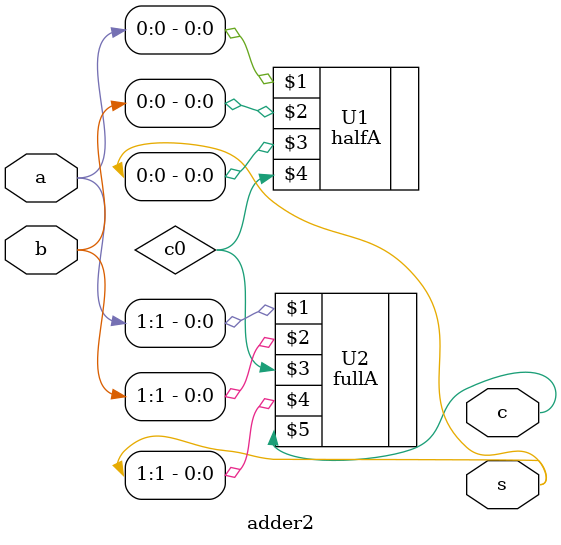
<source format=v>
`timescale 1ns/1ns

`include "vvc/2bit_adder.v"

module adder2(input [1:0] a, input [1:0] b, output [1:0] s, output c);
    wire c0;
    
    halfA U1 (a[0], b[0], s[0], c0);
    fullA U2 (a[1], b[1], c0, s[1], c);
endmodule

// module test;
//     reg [1:0] a, b;
//     wire [1:0] s;
//     wire c;
    
//     adder2 U1(a, b, s, c);
    
//     initial begin
//         $dumpfile("vcd/adder2.vcd");
//         $dumpvars();
//     end
    
//     integer i;
    
//     initial begin
//         for (i = 0; i < 16; i = i + 1) begin
//             #0 a = i[1:0]; b = i[3:2];
//             #10;
//         end
//         a = 0; b = 0;
//     end
// endmodule

</source>
